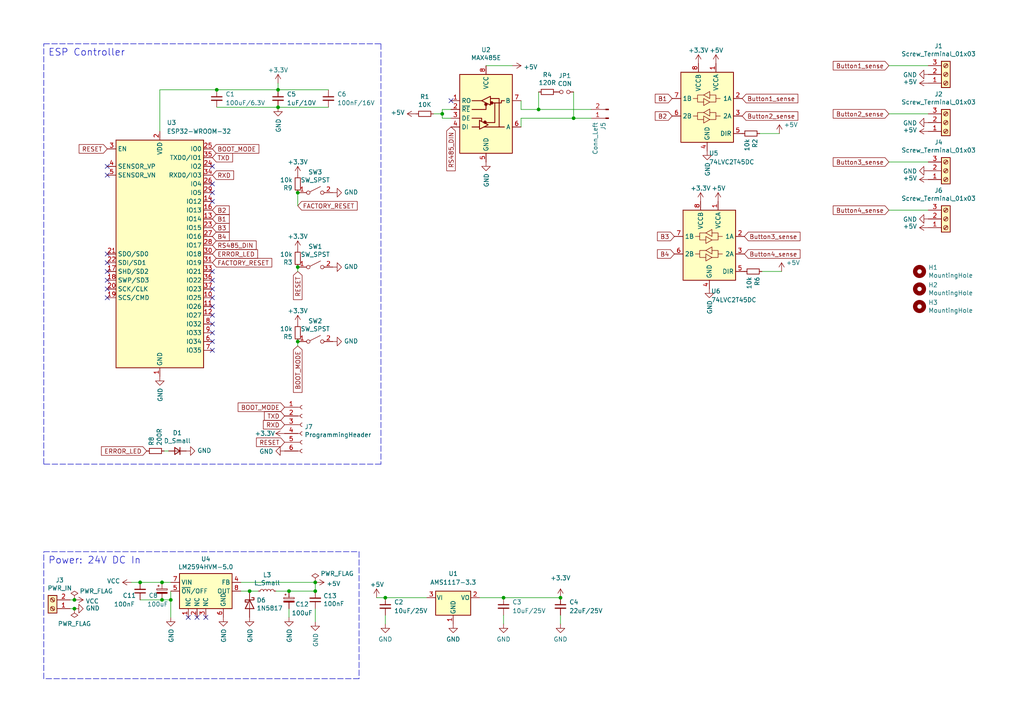
<source format=kicad_sch>
(kicad_sch (version 20211123) (generator eeschema)
  (paper "A4")
  (lib_symbols
    (symbol "+3.3V_1" (power) (pin_names (offset 0))
      (property "Value" "+3.3V_1" (at 0 3.556 0))
      (symbol "+3.3V_1_0_1"
        (polyline (pts (xy -0.762 1.27) (xy 0 2.54)))
        (polyline (pts (xy 0 0) (xy 0 2.54)))
        (polyline (pts (xy 0 2.54) (xy 0.762 1.27)))
      )
      (symbol "+3.3V_1_1_1"
        (pin power_in line (at 0 0 90) (length 0) hide (name "+3.3V") (number "1"))
      )
    )
    (symbol "Connector:Conn_01x02_Male" (pin_names (offset 1.016) hide)
      (property "Reference" "J" (at 0 2.54 0))
      (property "Value" "Conn_01x02_Male" (at 0 -5.08 0))
      (symbol "Conn_01x02_Male_1_1"
        (polyline (pts (xy 1.27 -2.54) (xy 0.8636 -2.54)) (stroke (width 0.1524)))
        (polyline (pts (xy 1.27 0) (xy 0.8636 0)) (stroke (width 0.1524)))
        (rectangle (start 0.8636 -2.413) (end 0 -2.667) (stroke (width 0.1524)) (fill (type outline)))
        (rectangle (start 0.8636 0.127) (end 0 -0.127) (stroke (width 0.1524)) (fill (type outline)))
        (pin passive line (at 5.08 0 180) (length 3.81) (name "Pin_1") (number "1"))
        (pin passive line (at 5.08 -2.54 180) (length 3.81) (name "Pin_2") (number "2"))
      )
    )
    (symbol "Connector:Conn_01x06_Female" (pin_names (offset 1.016) hide)
      (property "Reference" "J" (at 0 7.62 0))
      (property "Value" "Conn_01x06_Female" (at 0 -10.16 0))
      (symbol "Conn_01x06_Female_1_1"
        (arc (start 0 -7.112) (mid -0.508 -7.62) (end 0 -8.128) (stroke (width 0.1524)))
        (arc (start 0 -4.572) (mid -0.508 -5.08) (end 0 -5.588) (stroke (width 0.1524)))
        (arc (start 0 -2.032) (mid -0.508 -2.54) (end 0 -3.048) (stroke (width 0.1524)))
        (polyline (pts (xy -1.27 -7.62) (xy -0.508 -7.62)) (stroke (width 0.1524)))
        (polyline (pts (xy -1.27 -5.08) (xy -0.508 -5.08)) (stroke (width 0.1524)))
        (polyline (pts (xy -1.27 -2.54) (xy -0.508 -2.54)) (stroke (width 0.1524)))
        (polyline (pts (xy -1.27 0) (xy -0.508 0)) (stroke (width 0.1524)))
        (polyline (pts (xy -1.27 2.54) (xy -0.508 2.54)) (stroke (width 0.1524)))
        (polyline (pts (xy -1.27 5.08) (xy -0.508 5.08)) (stroke (width 0.1524)))
        (arc (start 0 0.508) (mid -0.508 0) (end 0 -0.508) (stroke (width 0.1524)))
        (arc (start 0 3.048) (mid -0.508 2.54) (end 0 2.032) (stroke (width 0.1524)))
        (arc (start 0 5.588) (mid -0.508 5.08) (end 0 4.572) (stroke (width 0.1524)))
        (pin passive line (at -5.08 5.08 0) (length 3.81) (name "Pin_1") (number "1"))
        (pin passive line (at -5.08 2.54 0) (length 3.81) (name "Pin_2") (number "2"))
        (pin passive line (at -5.08 0 0) (length 3.81) (name "Pin_3") (number "3"))
        (pin passive line (at -5.08 -2.54 0) (length 3.81) (name "Pin_4") (number "4"))
        (pin passive line (at -5.08 -5.08 0) (length 3.81) (name "Pin_5") (number "5"))
        (pin passive line (at -5.08 -7.62 0) (length 3.81) (name "Pin_6") (number "6"))
      )
    )
    (symbol "Connector:Screw_Terminal_01x02" (pin_names (offset 1.016) hide)
      (property "Reference" "J" (at 0 2.54 0))
      (property "Value" "Screw_Terminal_01x02" (at 0 -5.08 0))
      (symbol "Screw_Terminal_01x02_1_1"
        (rectangle (start -1.27 1.27) (end 1.27 -3.81) (stroke (width 0.254)) (fill (type background)))
        (circle (center 0 -2.54) (radius 0.635) (stroke (width 0.1524)))
        (polyline (pts (xy -0.5334 -2.2098) (xy 0.3302 -3.048)) (stroke (width 0.1524)))
        (polyline (pts (xy -0.5334 0.3302) (xy 0.3302 -0.508)) (stroke (width 0.1524)))
        (polyline (pts (xy -0.3556 -2.032) (xy 0.508 -2.8702)) (stroke (width 0.1524)))
        (polyline (pts (xy -0.3556 0.508) (xy 0.508 -0.3302)) (stroke (width 0.1524)))
        (circle (center 0 0) (radius 0.635) (stroke (width 0.1524)))
        (pin passive line (at -5.08 0 0) (length 3.81) (name "Pin_1") (number "1"))
        (pin passive line (at -5.08 -2.54 0) (length 3.81) (name "Pin_2") (number "2"))
      )
    )
    (symbol "Connector:Screw_Terminal_01x03" (pin_names (offset 1.016) hide)
      (property "Reference" "J" (at 0 5.08 0))
      (property "Value" "Screw_Terminal_01x03" (at 0 -5.08 0))
      (symbol "Screw_Terminal_01x03_1_1"
        (rectangle (start -1.27 3.81) (end 1.27 -3.81) (stroke (width 0.254)) (fill (type background)))
        (circle (center 0 -2.54) (radius 0.635) (stroke (width 0.1524)))
        (polyline (pts (xy -0.5334 -2.2098) (xy 0.3302 -3.048)) (stroke (width 0.1524)))
        (polyline (pts (xy -0.5334 0.3302) (xy 0.3302 -0.508)) (stroke (width 0.1524)))
        (polyline (pts (xy -0.5334 2.8702) (xy 0.3302 2.032)) (stroke (width 0.1524)))
        (polyline (pts (xy -0.3556 -2.032) (xy 0.508 -2.8702)) (stroke (width 0.1524)))
        (polyline (pts (xy -0.3556 0.508) (xy 0.508 -0.3302)) (stroke (width 0.1524)))
        (polyline (pts (xy -0.3556 3.048) (xy 0.508 2.2098)) (stroke (width 0.1524)))
        (circle (center 0 0) (radius 0.635) (stroke (width 0.1524)))
        (circle (center 0 2.54) (radius 0.635) (stroke (width 0.1524)))
        (pin passive line (at -5.08 2.54 0) (length 3.81) (name "Pin_1") (number "1"))
        (pin passive line (at -5.08 0 0) (length 3.81) (name "Pin_2") (number "2"))
        (pin passive line (at -5.08 -2.54 0) (length 3.81) (name "Pin_3") (number "3"))
      )
    )
    (symbol "DMX_ControllerBoard-rescue:CP_Small-Device" (pin_numbers hide) (pin_names (offset 0.254) hide)
      (property "Reference" "C" (at 0.254 1.778 0))
      (property "Value" "CP_Small-Device" (at 0.254 -2.032 0))
      (symbol "CP_Small-Device_0_1"
        (rectangle (start -1.524 -0.3048) (end 1.524 -0.6858) (fill (type outline)))
        (rectangle (start -1.524 0.6858) (end 1.524 0.3048))
        (polyline (pts (xy -1.27 1.524) (xy -0.762 1.524)))
        (polyline (pts (xy -1.016 1.27) (xy -1.016 1.778)))
      )
      (symbol "CP_Small-Device_1_1"
        (pin passive line (at 0 2.54 270) (length 1.8542) (name "~") (number "1"))
        (pin passive line (at 0 -2.54 90) (length 1.8542) (name "~") (number "2"))
      )
    )
    (symbol "DMX_ControllerBoard-rescue:Jumper_NO_Small-Device" (pin_numbers hide) (pin_names (offset 0.762) hide)
      (property "Reference" "JP" (at 0 2.032 0))
      (property "Value" "Jumper_NO_Small-Device" (at 0.254 -1.524 0))
      (symbol "Jumper_NO_Small-Device_0_1"
        (circle (center -1.016 0) (radius 0.508))
        (circle (center 1.016 0) (radius 0.508))
        (pin passive line (at -2.54 0 0) (length 1.016) (name "1") (number "1"))
        (pin passive line (at 2.54 0 180) (length 1.016) (name "2") (number "2"))
      )
    )
    (symbol "Device:C_Small" (pin_numbers hide) (pin_names (offset 0.254) hide)
      (property "Reference" "C" (at 0.254 1.778 0))
      (property "Value" "C_Small" (at 0.254 -2.032 0))
      (symbol "C_Small_0_1"
        (polyline (pts (xy -1.524 -0.508) (xy 1.524 -0.508)) (stroke (width 0.3302)))
        (polyline (pts (xy -1.524 0.508) (xy 1.524 0.508)) (stroke (width 0.3048)))
      )
      (symbol "C_Small_1_1"
        (pin passive line (at 0 2.54 270) (length 2.032) (name "~") (number "1"))
        (pin passive line (at 0 -2.54 90) (length 2.032) (name "~") (number "2"))
      )
    )
    (symbol "Device:D_Small" (pin_numbers hide) (pin_names (offset 0.254) hide)
      (property "Reference" "D" (at -1.27 2.032 0))
      (property "Value" "D_Small" (at -3.81 -2.032 0))
      (symbol "D_Small_0_1"
        (polyline (pts (xy -0.762 -1.016) (xy -0.762 1.016)) (stroke (width 0.254)))
        (polyline (pts (xy -0.762 0) (xy 0.762 0)))
        (polyline (pts (xy 0.762 -1.016) (xy -0.762 0) (xy 0.762 1.016) (xy 0.762 -1.016)) (stroke (width 0.254)))
      )
      (symbol "D_Small_1_1"
        (pin passive line (at -2.54 0 0) (length 1.778) (name "K") (number "1"))
        (pin passive line (at 2.54 0 180) (length 1.778) (name "A") (number "2"))
      )
    )
    (symbol "Device:L_Small" (pin_numbers hide) (pin_names (offset 0.254) hide)
      (property "Reference" "L" (at 0.762 1.016 0))
      (property "Value" "L_Small" (at 0.762 -1.016 0))
      (symbol "L_Small_0_1"
        (arc (start 0 -2.032) (mid 0.508 -1.524) (end 0 -1.016))
        (arc (start 0 -1.016) (mid 0.508 -0.508) (end 0 0))
        (arc (start 0 0) (mid 0.508 0.508) (end 0 1.016))
        (arc (start 0 1.016) (mid 0.508 1.524) (end 0 2.032))
      )
      (symbol "L_Small_1_1"
        (pin passive line (at 0 2.54 270) (length 0.508) (name "~") (number "1"))
        (pin passive line (at 0 -2.54 90) (length 0.508) (name "~") (number "2"))
      )
    )
    (symbol "Device:R_Small" (pin_numbers hide) (pin_names (offset 0.254) hide)
      (property "Reference" "R" (at 0.762 0.508 0))
      (property "Value" "R_Small" (at 0.762 -1.016 0))
      (symbol "R_Small_0_1"
        (rectangle (start -0.762 1.778) (end 0.762 -1.778) (stroke (width 0.2032)))
      )
      (symbol "R_Small_1_1"
        (pin passive line (at 0 2.54 270) (length 0.762) (name "~") (number "1"))
        (pin passive line (at 0 -2.54 90) (length 0.762) (name "~") (number "2"))
      )
    )
    (symbol "Diode:1N5817" (pin_numbers hide) (pin_names (offset 1.016) hide)
      (property "Reference" "D" (at 0 2.54 0))
      (property "Value" "1N5817" (at 0 -2.54 0))
      (symbol "1N5817_0_1"
        (polyline (pts (xy 1.27 0) (xy -1.27 0)))
        (polyline (pts (xy 1.27 1.27) (xy 1.27 -1.27) (xy -1.27 0) (xy 1.27 1.27)) (stroke (width 0.254)))
        (polyline (pts (xy -1.905 0.635) (xy -1.905 1.27) (xy -1.27 1.27) (xy -1.27 -1.27) (xy -0.635 -1.27) (xy -0.635 -0.635)) (stroke (width 0.254)))
      )
      (symbol "1N5817_1_1"
        (pin passive line (at -3.81 0 0) (length 2.54) (name "K") (number "1"))
        (pin passive line (at 3.81 0 180) (length 2.54) (name "A") (number "2"))
      )
    )
    (symbol "Interface_UART:MAX485E"
      (property "Reference" "U" (at -6.096 11.43 0))
      (property "Value" "MAX485E" (at 0.762 11.43 0))
      (symbol "MAX485E_0_1"
        (rectangle (start -7.62 10.16) (end 7.62 -12.7) (stroke (width 0.254)) (fill (type background)))
        (circle (center -0.3048 -3.683) (radius 0.3556) (stroke (width 0.254)) (fill (type outline)))
        (circle (center -0.0254 1.4986) (radius 0.3556) (stroke (width 0.254)) (fill (type outline)))
        (polyline (pts (xy -4.064 -5.08) (xy -1.905 -5.08)) (stroke (width 0.254)))
        (polyline (pts (xy -4.064 2.54) (xy -1.27 2.54)) (stroke (width 0.254)))
        (polyline (pts (xy -1.27 -3.2004) (xy -1.27 -3.4544)) (stroke (width 0.254)))
        (polyline (pts (xy -0.635 -5.08) (xy 5.334 -5.08)) (stroke (width 0.254)))
        (polyline (pts (xy -4.064 -2.54) (xy -1.27 -2.54) (xy -1.27 -3.175)) (stroke (width 0.254)))
        (polyline (pts (xy 0 1.27) (xy 0 0) (xy -4.064 0)) (stroke (width 0.254)))
        (polyline (pts (xy 1.27 3.175) (xy 3.81 3.175) (xy 3.81 -5.08)) (stroke (width 0.254)))
        (polyline (pts (xy 2.54 1.905) (xy 2.54 -3.81) (xy 0 -3.81)) (stroke (width 0.254)))
        (polyline (pts (xy -1.905 -3.175) (xy -1.905 -5.715) (xy 0.635 -4.445) (xy -1.905 -3.175)) (stroke (width 0.254)))
        (polyline (pts (xy -1.27 2.54) (xy 1.27 3.81) (xy 1.27 1.27) (xy -1.27 2.54)) (stroke (width 0.254)))
        (polyline (pts (xy 1.905 1.905) (xy 4.445 1.905) (xy 4.445 2.54) (xy 5.334 2.54)) (stroke (width 0.254)))
        (rectangle (start 1.27 3.175) (end 1.27 3.175))
        (circle (center 1.651 1.905) (radius 0.3556) (stroke (width 0.254)) (fill (type outline)))
      )
      (symbol "MAX485E_1_1"
        (pin output line (at -10.16 2.54 0) (length 2.54) (name "RO") (number "1"))
        (pin input line (at -10.16 0 0) (length 2.54) (name "~{RE}") (number "2"))
        (pin input line (at -10.16 -2.54 0) (length 2.54) (name "DE") (number "3"))
        (pin input line (at -10.16 -5.08 0) (length 2.54) (name "DI") (number "4"))
        (pin power_in line (at 0 -15.24 90) (length 2.54) (name "GND") (number "5"))
        (pin bidirectional line (at 10.16 -5.08 180) (length 2.54) (name "A") (number "6"))
        (pin bidirectional line (at 10.16 2.54 180) (length 2.54) (name "B") (number "7"))
        (pin power_in line (at 0 12.7 270) (length 2.54) (name "VCC") (number "8"))
      )
    )
    (symbol "Logic_LevelTranslator:74LVC2T45DC"
      (property "Reference" "U" (at 6.35 -11.43 0))
      (property "Value" "74LVC2T45DC" (at 10.16 11.43 0))
      (symbol "74LVC2T45DC_1_1"
        (rectangle (start -7.62 10.16) (end 7.62 -10.16) (stroke (width 0.254)) (fill (type background)))
        (polyline (pts (xy -2.54 -2.54) (xy -2.54 -1.524) (xy -0.762 -1.524)))
        (polyline (pts (xy -2.54 2.54) (xy -2.54 3.556) (xy -0.762 3.556)))
        (polyline (pts (xy 2.794 -2.54) (xy 2.794 -3.556) (xy 1.016 -3.556)))
        (polyline (pts (xy 2.794 2.54) (xy 2.794 1.524) (xy 1.016 1.524)))
        (polyline (pts (xy -0.762 -3.556) (xy -2.54 -3.556) (xy -2.54 -2.54) (xy -3.81 -2.54)))
        (polyline (pts (xy -0.762 -2.54) (xy -0.762 -0.508) (xy 1.016 -1.524) (xy -0.762 -2.54)))
        (polyline (pts (xy -0.762 1.524) (xy -2.54 1.524) (xy -2.54 2.54) (xy -3.81 2.54)))
        (polyline (pts (xy -0.762 2.54) (xy -0.762 4.572) (xy 1.016 3.556) (xy -0.762 2.54)))
        (polyline (pts (xy 1.016 -1.524) (xy 2.794 -1.524) (xy 2.794 -2.54) (xy 4.064 -2.54)))
        (polyline (pts (xy 1.016 3.556) (xy 2.794 3.556) (xy 2.794 2.54) (xy 4.064 2.54)))
        (polyline (pts (xy 1.016 -2.54) (xy 1.016 -4.318) (xy 1.016 -4.572) (xy -0.762 -3.556) (xy 1.016 -2.54)))
        (polyline (pts (xy 1.016 2.54) (xy 1.016 0.762) (xy 1.016 0.508) (xy -0.762 1.524) (xy 1.016 2.54)))
        (pin power_in line (at -2.54 12.7 270) (length 2.54) (name "VCCA") (number "1"))
        (pin bidirectional line (at -10.16 2.54 0) (length 2.54) (name "1A") (number "2"))
        (pin bidirectional line (at -10.16 -2.54 0) (length 2.54) (name "2A") (number "3"))
        (pin power_in line (at 0 -12.7 90) (length 2.54) (name "GND") (number "4"))
        (pin input line (at -10.16 -7.62 0) (length 2.54) (name "DIR") (number "5"))
        (pin bidirectional line (at 10.16 -2.54 180) (length 2.54) (name "2B") (number "6"))
        (pin bidirectional line (at 10.16 2.54 180) (length 2.54) (name "1B") (number "7"))
        (pin power_in line (at 2.54 12.7 270) (length 2.54) (name "VCCB") (number "8"))
      )
    )
    (symbol "Mechanical:MountingHole" (pin_names (offset 1.016))
      (property "Reference" "H" (at 0 5.08 0))
      (property "Value" "MountingHole" (at 0 3.175 0))
      (symbol "MountingHole_0_1"
        (circle (center 0 0) (radius 1.27) (stroke (width 1.27)))
      )
    )
    (symbol "RF_Module:ESP32-WROOM-32"
      (property "Reference" "U" (at -12.7 34.29 0))
      (property "Value" "ESP32-WROOM-32" (at 1.27 34.29 0))
      (symbol "ESP32-WROOM-32_0_1"
        (rectangle (start -12.7 33.02) (end 12.7 -33.02) (stroke (width 0.254)) (fill (type background)))
      )
      (symbol "ESP32-WROOM-32_1_1"
        (pin power_in line (at 0 -35.56 90) (length 2.54) (name "GND") (number "1"))
        (pin bidirectional line (at 15.24 -12.7 180) (length 2.54) (name "IO25") (number "10"))
        (pin bidirectional line (at 15.24 -15.24 180) (length 2.54) (name "IO26") (number "11"))
        (pin bidirectional line (at 15.24 -17.78 180) (length 2.54) (name "IO27") (number "12"))
        (pin bidirectional line (at 15.24 10.16 180) (length 2.54) (name "IO14") (number "13"))
        (pin bidirectional line (at 15.24 15.24 180) (length 2.54) (name "IO12") (number "14"))
        (pin passive line (at 0 -35.56 90) (length 2.54) hide (name "GND") (number "15"))
        (pin bidirectional line (at 15.24 12.7 180) (length 2.54) (name "IO13") (number "16"))
        (pin bidirectional line (at -15.24 -5.08 0) (length 2.54) (name "SHD/SD2") (number "17"))
        (pin bidirectional line (at -15.24 -7.62 0) (length 2.54) (name "SWP/SD3") (number "18"))
        (pin bidirectional line (at -15.24 -12.7 0) (length 2.54) (name "SCS/CMD") (number "19"))
        (pin power_in line (at 0 35.56 270) (length 2.54) (name "VDD") (number "2"))
        (pin bidirectional line (at -15.24 -10.16 0) (length 2.54) (name "SCK/CLK") (number "20"))
        (pin bidirectional line (at -15.24 0 0) (length 2.54) (name "SDO/SD0") (number "21"))
        (pin bidirectional line (at -15.24 -2.54 0) (length 2.54) (name "SDI/SD1") (number "22"))
        (pin bidirectional line (at 15.24 7.62 180) (length 2.54) (name "IO15") (number "23"))
        (pin bidirectional line (at 15.24 25.4 180) (length 2.54) (name "IO2") (number "24"))
        (pin bidirectional line (at 15.24 30.48 180) (length 2.54) (name "IO0") (number "25"))
        (pin bidirectional line (at 15.24 20.32 180) (length 2.54) (name "IO4") (number "26"))
        (pin bidirectional line (at 15.24 5.08 180) (length 2.54) (name "IO16") (number "27"))
        (pin bidirectional line (at 15.24 2.54 180) (length 2.54) (name "IO17") (number "28"))
        (pin bidirectional line (at 15.24 17.78 180) (length 2.54) (name "IO5") (number "29"))
        (pin input line (at -15.24 30.48 0) (length 2.54) (name "EN") (number "3"))
        (pin bidirectional line (at 15.24 0 180) (length 2.54) (name "IO18") (number "30"))
        (pin bidirectional line (at 15.24 -2.54 180) (length 2.54) (name "IO19") (number "31"))
        (pin no_connect line (at -12.7 -27.94 0) (length 2.54) hide (name "NC") (number "32"))
        (pin bidirectional line (at 15.24 -5.08 180) (length 2.54) (name "IO21") (number "33"))
        (pin bidirectional line (at 15.24 22.86 180) (length 2.54) (name "RXD0/IO3") (number "34"))
        (pin bidirectional line (at 15.24 27.94 180) (length 2.54) (name "TXD0/IO1") (number "35"))
        (pin bidirectional line (at 15.24 -7.62 180) (length 2.54) (name "IO22") (number "36"))
        (pin bidirectional line (at 15.24 -10.16 180) (length 2.54) (name "IO23") (number "37"))
        (pin passive line (at 0 -35.56 90) (length 2.54) hide (name "GND") (number "38"))
        (pin passive line (at 0 -35.56 90) (length 2.54) hide (name "GND") (number "39"))
        (pin input line (at -15.24 25.4 0) (length 2.54) (name "SENSOR_VP") (number "4"))
        (pin input line (at -15.24 22.86 0) (length 2.54) (name "SENSOR_VN") (number "5"))
        (pin input line (at 15.24 -25.4 180) (length 2.54) (name "IO34") (number "6"))
        (pin input line (at 15.24 -27.94 180) (length 2.54) (name "IO35") (number "7"))
        (pin bidirectional line (at 15.24 -20.32 180) (length 2.54) (name "IO32") (number "8"))
        (pin bidirectional line (at 15.24 -22.86 180) (length 2.54) (name "IO33") (number "9"))
      )
    )
    (symbol "Regulator_Linear:AMS1117-3.3" (pin_names (offset 0.254))
      (property "Reference" "U" (at -3.81 3.175 0))
      (property "Value" "AMS1117-3.3" (at 0 3.175 0))
      (symbol "AMS1117-3.3_0_1"
        (rectangle (start -5.08 -5.08) (end 5.08 1.905) (stroke (width 0.254)) (fill (type background)))
      )
      (symbol "AMS1117-3.3_1_1"
        (pin power_in line (at 0 -7.62 90) (length 2.54) (name "GND") (number "1"))
        (pin power_out line (at 7.62 0 180) (length 2.54) (name "VO") (number "2"))
        (pin power_in line (at -7.62 0 0) (length 2.54) (name "VI") (number "3"))
      )
    )
    (symbol "Regulator_Switching:LM2594HVM-5.0"
      (property "Reference" "U" (at -7.62 6.35 0))
      (property "Value" "LM2594HVM-5.0" (at 0 6.35 0))
      (symbol "LM2594HVM-5.0_0_1"
        (rectangle (start -7.62 5.08) (end 7.62 -5.08) (stroke (width 0.254)) (fill (type background)))
      )
      (symbol "LM2594HVM-5.0_1_1"
        (pin passive line (at -5.08 -7.62 90) (length 2.54) (name "NC") (number "1"))
        (pin passive line (at -2.54 -7.62 90) (length 2.54) (name "NC") (number "2"))
        (pin passive line (at 0 -7.62 90) (length 2.54) (name "NC") (number "3"))
        (pin input line (at 10.16 2.54 180) (length 2.54) (name "FB") (number "4"))
        (pin input line (at -10.16 0 0) (length 2.54) (name "~{ON}/OFF") (number "5"))
        (pin power_in line (at 5.08 -7.62 90) (length 2.54) (name "GND") (number "6"))
        (pin power_in line (at -10.16 2.54 0) (length 2.54) (name "VIN") (number "7"))
        (pin output line (at 10.16 0 180) (length 2.54) (name "OUT") (number "8"))
      )
    )
    (symbol "Switch:SW_SPST" (pin_names (offset 0) hide)
      (property "Reference" "SW" (at 0 3.175 0))
      (property "Value" "SW_SPST" (at 0 -2.54 0))
      (symbol "SW_SPST_0_0"
        (circle (center -2.032 0) (radius 0.508))
        (polyline (pts (xy -1.524 0.254) (xy 1.524 1.778)))
        (circle (center 2.032 0) (radius 0.508))
      )
      (symbol "SW_SPST_1_1"
        (pin passive line (at -5.08 0 0) (length 2.54) (name "A") (number "1"))
        (pin passive line (at 5.08 0 180) (length 2.54) (name "B") (number "2"))
      )
    )
    (symbol "power:+5V" (power) (pin_names (offset 0))
      (property "Value" "+5V" (at 0 3.556 0))
      (symbol "+5V_0_1"
        (polyline (pts (xy -0.762 1.27) (xy 0 2.54)))
        (polyline (pts (xy 0 0) (xy 0 2.54)))
        (polyline (pts (xy 0 2.54) (xy 0.762 1.27)))
      )
      (symbol "+5V_1_1"
        (pin power_in line (at 0 0 90) (length 0) hide (name "+5V") (number "1"))
      )
    )
    (symbol "power:GND" (power) (pin_names (offset 0))
      (property "Value" "GND" (at 0 -3.81 0))
      (symbol "GND_0_1"
        (polyline (pts (xy 0 0) (xy 0 -1.27) (xy 1.27 -1.27) (xy 0 -2.54) (xy -1.27 -1.27) (xy 0 -1.27)))
      )
      (symbol "GND_1_1"
        (pin power_in line (at 0 0 270) (length 0) hide (name "GND") (number "1"))
      )
    )
    (symbol "power:PWR_FLAG" (power) (pin_numbers hide) (pin_names (offset 0) hide)
      (property "Value" "PWR_FLAG" (at 0 3.81 0))
      (symbol "PWR_FLAG_0_0"
        (pin power_out line (at 0 0 90) (length 0) (name "pwr") (number "1"))
      )
      (symbol "PWR_FLAG_0_1"
        (polyline (pts (xy 0 0) (xy 0 1.27) (xy -1.016 1.905) (xy 0 2.54) (xy 1.016 1.905) (xy 0 1.27)))
      )
    )
    (symbol "power:VCC" (power) (pin_names (offset 0))
      (property "Value" "VCC" (at 0 3.81 0))
      (symbol "VCC_0_1"
        (polyline (pts (xy -0.762 1.27) (xy 0 2.54)))
        (polyline (pts (xy 0 0) (xy 0 2.54)))
        (polyline (pts (xy 0 2.54) (xy 0.762 1.27)))
      )
      (symbol "VCC_1_1"
        (pin power_in line (at 0 0 90) (length 0) hide (name "VCC") (number "1"))
      )
    )
  )
  (junction (at 62.865 26.035))
  (junction (at 46.99 173.99))
  (junction (at 46.99 168.91))
  (junction (at 86.36 99.06))
  (junction (at 86.36 55.88))
  (junction (at 128.27 33.02))
  (junction (at 166.37 34.29))
  (junction (at 146.05 173.355))
  (junction (at 21.59 173.99))
  (junction (at 91.44 168.91))
  (junction (at 72.39 171.45))
  (junction (at 83.82 171.45))
  (junction (at 86.36 77.47))
  (junction (at 80.645 31.115))
  (junction (at 91.44 171.45))
  (junction (at 49.53 173.99))
  (junction (at 80.645 26.035))
  (junction (at 162.56 173.355))
  (junction (at 40.64 168.91))
  (junction (at 21.59 176.53))
  (junction (at 111.76 173.355))
  (junction (at 156.21 31.75))
  (no_connect (at 61.595 86.36))
  (no_connect (at 31.115 81.28))
  (no_connect (at 31.115 48.26))
  (no_connect (at 31.115 50.8))
  (no_connect (at 31.115 73.66))
  (no_connect (at 31.115 86.36))
  (no_connect (at 31.115 78.74))
  (no_connect (at 61.595 101.6))
  (no_connect (at 61.595 58.42))
  (no_connect (at 54.61 179.07))
  (no_connect (at 59.69 179.07))
  (no_connect (at 61.595 96.52))
  (no_connect (at 61.595 55.88))
  (no_connect (at 61.595 93.98))
  (no_connect (at 57.15 179.07))
  (no_connect (at 31.115 76.2))
  (no_connect (at 61.595 83.82))
  (no_connect (at 31.115 83.82))
  (no_connect (at 61.595 48.26))
  (no_connect (at 130.81 29.21))
  (no_connect (at 61.595 78.74))
  (no_connect (at 61.595 81.28))
  (no_connect (at 61.595 53.34))
  (no_connect (at 61.595 88.9))
  (no_connect (at 61.595 99.06))
  (no_connect (at 61.595 91.44))
  (wire (pts (xy 156.21 31.75) (xy 156.21 26.67)))
  (wire (pts (xy 146.05 178.435) (xy 146.05 180.975)))
  (wire (pts (xy 69.85 168.91) (xy 91.44 168.91)))
  (wire (pts (xy 220.345 38.735) (xy 226.06 38.735)))
  (wire (pts (xy 128.27 31.75) (xy 128.27 33.02)))
  (wire (pts (xy 166.37 26.67) (xy 166.37 34.29)))
  (wire (pts (xy 148.59 19.05) (xy 140.97 19.05)))
  (wire (pts (xy 128.27 33.02) (xy 128.27 34.29)))
  (wire (pts (xy 86.36 78.74) (xy 86.36 77.47)))
  (wire (pts (xy 125.73 33.02) (xy 128.27 33.02)))
  (wire (pts (xy 86.36 100.33) (xy 86.36 99.06)))
  (wire (pts (xy 162.56 178.435) (xy 162.56 180.975)))
  (wire (pts (xy 74.93 171.45) (xy 72.39 171.45)))
  (wire (pts (xy 46.99 168.91) (xy 49.53 168.91)))
  (wire (pts (xy 80.645 31.115) (xy 95.25 31.115)))
  (wire (pts (xy 257.81 19.05) (xy 269.24 19.05)))
  (wire (pts (xy 111.76 178.435) (xy 111.76 180.975)))
  (polyline (pts (xy 12.7 196.85) (xy 12.7 160.02)))
  (wire (pts (xy 46.99 173.99) (xy 49.53 173.99)))
  (wire (pts (xy 49.53 173.99) (xy 49.53 171.45)))
  (wire (pts (xy 130.81 31.75) (xy 128.27 31.75)))
  (wire (pts (xy 111.76 173.355) (xy 123.825 173.355)))
  (wire (pts (xy 91.44 180.34) (xy 91.44 176.53)))
  (wire (pts (xy 109.22 173.355) (xy 111.76 173.355)))
  (wire (pts (xy 40.64 168.91) (xy 46.99 168.91)))
  (wire (pts (xy 151.13 31.75) (xy 151.13 29.21)))
  (polyline (pts (xy 110.49 134.62) (xy 12.7 134.62)))
  (wire (pts (xy 83.82 171.45) (xy 91.44 171.45)))
  (wire (pts (xy 80.645 24.13) (xy 80.645 26.035)))
  (wire (pts (xy 20.32 173.99) (xy 21.59 173.99)))
  (wire (pts (xy 49.53 179.07) (xy 49.53 173.99)))
  (polyline (pts (xy 12.7 134.62) (xy 12.7 12.7)))
  (wire (pts (xy 62.865 26.035) (xy 46.355 26.035)))
  (wire (pts (xy 151.13 34.29) (xy 151.13 36.83)))
  (polyline (pts (xy 104.14 196.85) (xy 12.7 196.85)))
  (wire (pts (xy 91.44 168.91) (xy 91.44 171.45)))
  (wire (pts (xy 21.59 176.53) (xy 20.32 176.53)))
  (wire (pts (xy 171.45 34.29) (xy 166.37 34.29)))
  (wire (pts (xy 146.05 173.355) (xy 162.56 173.355)))
  (wire (pts (xy 128.27 34.29) (xy 130.81 34.29)))
  (wire (pts (xy 80.645 26.035) (xy 95.25 26.035)))
  (wire (pts (xy 257.81 33.02) (xy 269.24 33.02)))
  (wire (pts (xy 83.82 171.45) (xy 80.01 171.45)))
  (polyline (pts (xy 104.14 160.02) (xy 104.14 196.85)))
  (wire (pts (xy 47.625 130.81) (xy 48.895 130.81)))
  (wire (pts (xy 83.82 179.07) (xy 83.82 176.53)))
  (wire (pts (xy 62.865 31.115) (xy 80.645 31.115)))
  (wire (pts (xy 46.99 173.99) (xy 40.64 173.99)))
  (wire (pts (xy 156.21 31.75) (xy 151.13 31.75)))
  (wire (pts (xy 220.98 78.74) (xy 226.695 78.74)))
  (wire (pts (xy 86.36 55.88) (xy 86.36 59.69)))
  (wire (pts (xy 62.865 26.035) (xy 80.645 26.035)))
  (wire (pts (xy 38.1 168.91) (xy 40.64 168.91)))
  (polyline (pts (xy 12.7 12.7) (xy 110.49 12.7)))
  (wire (pts (xy 139.065 173.355) (xy 146.05 173.355)))
  (wire (pts (xy 257.81 46.99) (xy 269.24 46.99)))
  (polyline (pts (xy 110.49 12.7) (xy 110.49 134.62)))
  (wire (pts (xy 257.81 60.96) (xy 269.24 60.96)))
  (wire (pts (xy 171.45 31.75) (xy 156.21 31.75)))
  (wire (pts (xy 166.37 34.29) (xy 151.13 34.29)))
  (wire (pts (xy 46.355 26.035) (xy 46.355 38.1)))
  (wire (pts (xy 69.85 171.45) (xy 72.39 171.45)))
  (polyline (pts (xy 12.7 160.02) (xy 104.14 160.02)))
  (text "Power: 24V DC In" (at 13.97 163.83 0) (effects (font (size 2.0066 2.0066)) (justify left bottom)))
  (text "ESP Controller" (at 13.97 16.51 0) (effects (font (size 2.0066 2.0066)) (justify left bottom)))
  (global_label "Button1_sense" (shape input) (at 257.81 19.05 180) (property "Intersheet References" "${INTERSHEET_REFS}" (effects hide)))
  (global_label "Button2_sense" (shape input) (at 215.265 33.655 0) (property "Intersheet References" "${INTERSHEET_REFS}" (effects hide)))
  (global_label "Button2_sense" (shape input) (at 257.81 33.02 180) (property "Intersheet References" "${INTERSHEET_REFS}" (effects hide)))
  (global_label "RS485_DIN" (shape input) (at 61.595 71.12 0) (property "Intersheet References" "${INTERSHEET_REFS}" (effects hide)))
  (global_label "FACTORY_RESET" (shape input) (at 86.36 59.69 0) (property "Intersheet References" "${INTERSHEET_REFS}" (effects hide)))
  (global_label "RXD" (shape input) (at 61.595 50.8 0) (property "Intersheet References" "${INTERSHEET_REFS}" (effects hide)))
  (global_label "B4" (shape input) (at 61.595 68.58 0) (property "Intersheet References" "${INTERSHEET_REFS}" (effects hide)))
  (global_label "B4" (shape input) (at 195.58 73.66 180) (property "Intersheet References" "${INTERSHEET_REFS}" (effects hide)))
  (global_label "B2" (shape input) (at 61.595 60.96 0) (property "Intersheet References" "${INTERSHEET_REFS}" (effects hide)))
  (global_label "RXD" (shape input) (at 82.55 123.19 180) (property "Intersheet References" "${INTERSHEET_REFS}" (effects hide)))
  (global_label "Button3_sense" (shape input) (at 215.9 68.58 0) (property "Intersheet References" "${INTERSHEET_REFS}" (effects hide)))
  (global_label "RS485_DIN" (shape input) (at 130.81 36.83 270) (property "Intersheet References" "${INTERSHEET_REFS}" (effects hide)))
  (global_label "TXD" (shape input) (at 61.595 45.72 0) (property "Intersheet References" "${INTERSHEET_REFS}" (effects hide)))
  (global_label "Button4_sense" (shape input) (at 257.81 60.96 180) (property "Intersheet References" "${INTERSHEET_REFS}" (effects hide)))
  (global_label "Button1_sense" (shape input) (at 215.265 28.575 0) (property "Intersheet References" "${INTERSHEET_REFS}" (effects hide)))
  (global_label "ERROR_LED" (shape input) (at 61.595 73.66 0) (property "Intersheet References" "${INTERSHEET_REFS}" (effects hide)))
  (global_label "BOOT_MODE" (shape input) (at 82.55 118.11 180) (property "Intersheet References" "${INTERSHEET_REFS}" (effects hide)))
  (global_label "B1" (shape input) (at 61.595 63.5 0) (property "Intersheet References" "${INTERSHEET_REFS}" (effects hide)))
  (global_label "B3" (shape input) (at 61.595 66.04 0) (property "Intersheet References" "${INTERSHEET_REFS}" (effects hide)))
  (global_label "RESET" (shape input) (at 31.115 43.18 180) (property "Intersheet References" "${INTERSHEET_REFS}" (effects hide)))
  (global_label "B2" (shape input) (at 194.945 33.655 180) (property "Intersheet References" "${INTERSHEET_REFS}" (effects hide)))
  (global_label "BOOT_MODE" (shape input) (at 61.595 43.18 0) (property "Intersheet References" "${INTERSHEET_REFS}" (effects hide)))
  (global_label "Button4_sense" (shape input) (at 215.9 73.66 0) (property "Intersheet References" "${INTERSHEET_REFS}" (effects hide)))
  (global_label "BOOT_MODE" (shape input) (at 86.36 100.33 270) (property "Intersheet References" "${INTERSHEET_REFS}" (effects hide)))
  (global_label "FACTORY_RESET" (shape input) (at 61.595 76.2 0) (property "Intersheet References" "${INTERSHEET_REFS}" (effects hide)))
  (global_label "RESET" (shape input) (at 82.55 128.27 180) (property "Intersheet References" "${INTERSHEET_REFS}" (effects hide)))
  (global_label "TXD" (shape input) (at 82.55 120.65 180) (property "Intersheet References" "${INTERSHEET_REFS}" (effects hide)))
  (global_label "RESET" (shape input) (at 86.36 78.74 270) (property "Intersheet References" "${INTERSHEET_REFS}" (effects hide)))
  (global_label "ERROR_LED" (shape input) (at 42.545 130.81 180) (property "Intersheet References" "${INTERSHEET_REFS}" (effects hide)))
  (global_label "Button3_sense" (shape input) (at 257.81 46.99 180) (property "Intersheet References" "${INTERSHEET_REFS}" (effects hide)))
  (global_label "B3" (shape input) (at 195.58 68.58 180) (property "Intersheet References" "${INTERSHEET_REFS}" (effects hide)))
  (global_label "B1" (shape input) (at 194.945 28.575 180) (property "Intersheet References" "${INTERSHEET_REFS}" (effects hide)))
  (symbol (lib_id "Switch:SW_SPST") (at 91.44 77.47 0) (unit 1)
    (property "Reference" "SW1" (at 91.44 71.501 0))
    (property "Value" "SW_SPST" (at 91.44 73.8124 0))
    (property "Footprint" "Button_Switch_SMD:SW_Push_SPST_NO_Alps_SKRK" (effects hide))
  )
  (symbol (lib_id "power:GND") (at 96.52 77.47 90) (unit 1)
    (property "Reference" "#PWR09" (effects hide))
    (property "Value" "GND" (at 99.7712 77.343 90) (effects (justify right)))
  )
  (symbol (lib_id "Device:R_Small") (at 86.36 74.93 0) (unit 1)
    (property "Reference" "R3" (at 84.8614 76.0984 0) (effects (justify right)))
    (property "Value" "10k" (at 84.8614 73.787 0) (effects (justify right)))
    (property "Footprint" "Resistor_SMD:R_0805_2012Metric_Pad1.20x1.40mm_HandSolder" (effects hide))
    (property "LCSC" "C25612" (effects hide))
  )
  (symbol (lib_id "Device:R_Small") (at 123.19 33.02 270) (unit 1)
    (property "Reference" "R1" (at 123.19 28.0416 90))
    (property "Value" "10K" (at 123.19 30.353 90))
    (property "Footprint" "Resistor_SMD:R_0805_2012Metric_Pad1.20x1.40mm_HandSolder" (effects hide))
    (property "LCSC" "C25612" (effects hide))
  )
  (symbol (lib_id "Interface_UART:MAX485E") (at 140.97 31.75 0) (unit 1)
    (property "Reference" "U2" (at 140.97 14.4526 0))
    (property "Value" "MAX485E" (at 140.97 16.764 0))
    (property "Footprint" "Package_SO:SOIC-8_3.9x4.9mm_P1.27mm" (effects hide))
    (property "Datasheet" "https://datasheets.maximintegrated.com/en/ds/MAX1487E-MAX491E.pdf" (effects hide))
    (property "LCSC" "C19738" (effects hide))
  )
  (symbol (lib_id "power:+5V") (at 148.59 19.05 270) (unit 1)
    (property "Reference" "#PWR014" (effects hide))
    (property "Value" "+5V" (at 151.8412 19.431 90) (effects (justify left)))
  )
  (symbol (lib_id "power:GND") (at 140.97 46.99 0) (unit 1)
    (property "Reference" "#PWR013" (effects hide))
    (property "Value" "GND" (at 141.097 50.2412 90) (effects (justify right)))
  )
  (symbol (lib_id "power:GND") (at 21.59 176.53 90) (unit 1)
    (property "Reference" "#PWR0106" (effects hide))
    (property "Value" "GND" (at 24.8412 176.403 90) (effects (justify right)))
  )
  (symbol (lib_id "power:+5V") (at 91.44 168.91 270) (unit 1)
    (property "Reference" "#PWR03" (effects hide))
    (property "Value" "+5V" (at 94.6912 169.291 90) (effects (justify left)))
  )
  (symbol (lib_id "Connector:Conn_01x02_Male") (at 176.53 34.29 180) (unit 1)
    (property "Reference" "J5" (at 174.9552 35.4076 90) (effects (justify left)))
    (property "Value" "Conn_Left" (at 172.6438 35.4076 90) (effects (justify left)))
    (property "Footprint" "Connector_JST:JST_XH_B2B-XH-A_1x02_P2.50mm_Vertical" (effects hide))
  )
  (symbol (lib_id "Connector:Screw_Terminal_01x02") (at 15.24 176.53 180) (unit 1)
    (property "Reference" "J3" (at 17.3228 168.275 0))
    (property "Value" "PWR_IN" (at 17.3228 170.5864 0))
    (property "Footprint" "TerminalBlock_Phoenix:TerminalBlock_Phoenix_MKDS-1,5-2_1x02_P5.00mm_Horizontal" (effects hide))
    (property "LCSC" "C8404" (effects hide))
  )
  (symbol (lib_id "power:+5V") (at 120.65 33.02 90) (unit 1)
    (property "Reference" "#PWR012" (effects hide))
    (property "Value" "+5V" (at 117.3988 32.639 90) (effects (justify left)))
  )
  (symbol (lib_id "Regulator_Switching:LM2594HVM-5.0") (at 59.69 171.45 0) (unit 1)
    (property "Reference" "U4" (at 59.69 162.1282 0))
    (property "Value" "LM2594HVM-5.0" (at 59.69 164.4396 0))
    (property "Footprint" "Package_SO:SOIC-8_3.9x4.9mm_P1.27mm" (effects hide))
    (property "Datasheet" "http://www.ti.com/lit/ds/symlink/lm2594.pdf" (effects hide))
    (property "LCSC" "C179674" (effects hide))
  )
  (symbol (lib_id "power:GND") (at 64.77 179.07 0) (unit 1)
    (property "Reference" "#PWR033" (effects hide))
    (property "Value" "GND" (at 64.897 182.3212 90) (effects (justify right)))
  )
  (symbol (lib_id "power:VCC") (at 38.1 168.91 90) (unit 1)
    (property "Reference" "#PWR017" (effects hide))
    (property "Value" "VCC" (at 34.8488 168.529 90) (effects (justify left)))
  )
  (symbol (lib_id "power:GND") (at 49.53 179.07 0) (unit 1)
    (property "Reference" "#PWR032" (effects hide))
    (property "Value" "GND" (at 49.657 182.3212 90) (effects (justify right)))
  )
  (symbol (lib_id "power:VCC") (at 21.59 173.99 270) (unit 1)
    (property "Reference" "#PWR027" (effects hide))
    (property "Value" "VCC" (at 24.8412 174.371 90) (effects (justify left)))
  )
  (symbol (lib_id "Diode:1N5817") (at 72.39 175.26 270) (unit 1)
    (property "Reference" "D6" (at 74.422 174.0916 90) (effects (justify left)))
    (property "Value" "1N5817" (at 74.422 176.403 90) (effects (justify left)))
    (property "Footprint" "Diode_SMD:D_SOD-123" (effects hide))
    (property "Datasheet" "http://www.vishay.com/docs/88525/1n5817.pdf" (effects hide))
    (property "LCSC" "C727113" (effects hide))
  )
  (symbol (lib_id "power:GND") (at 72.39 179.07 0) (unit 1)
    (property "Reference" "#PWR034" (effects hide))
    (property "Value" "GND" (at 72.517 182.3212 90) (effects (justify right)))
  )
  (symbol (lib_id "Device:L_Small") (at 77.47 171.45 90) (unit 1)
    (property "Reference" "L3" (at 77.47 166.751 90))
    (property "Value" "L_Small" (at 77.47 169.0624 90))
    (property "Footprint" "Inductor_SMD:L_6.3x6.3_H3" (effects hide))
    (property "LCSC" "C206230" (effects hide))
  )
  (symbol (lib_id "DMX_ControllerBoard-rescue:CP_Small-Device") (at 46.99 171.45 0) (unit 1)
    (property "Reference" "C8" (at 44.45 172.72 0))
    (property "Value" "100uF" (at 45.72 175.26 0))
    (property "Footprint" "Capacitor_THT:CP_Radial_D6.3mm_P2.50mm" (effects hide))
    (property "LCSC" "C47859" (effects hide))
  )
  (symbol (lib_id "Device:C_Small") (at 40.64 171.45 180) (unit 1)
    (property "Reference" "C11" (at 35.56 172.72 0) (effects (justify right)))
    (property "Value" "100nF" (at 33.02 175.26 0) (effects (justify right)))
    (property "Footprint" "Capacitor_SMD:C_0805_2012Metric_Pad1.18x1.45mm_HandSolder" (effects hide))
    (property "LCSC" "C49678" (effects hide))
  )
  (symbol (lib_id "DMX_ControllerBoard-rescue:CP_Small-Device") (at 83.82 173.99 0) (unit 1)
    (property "Reference" "C12" (at 87.63 175.26 0))
    (property "Value" "100uF" (at 87.63 177.8 0))
    (property "Footprint" "Capacitor_THT:CP_Radial_D8.0mm_P3.50mm" (effects hide))
    (property "LCSC" "C178703" (effects hide))
  )
  (symbol (lib_id "power:GND") (at 83.82 179.07 0) (unit 1)
    (property "Reference" "#PWR035" (effects hide))
    (property "Value" "GND" (at 83.947 182.3212 90) (effects (justify right)))
  )
  (symbol (lib_id "Device:C_Small") (at 91.44 173.99 180) (unit 1)
    (property "Reference" "C13" (at 93.7768 172.8216 0) (effects (justify right)))
    (property "Value" "100nF" (at 93.7768 175.133 0) (effects (justify right)))
    (property "Footprint" "Capacitor_SMD:C_0805_2012Metric_Pad1.18x1.45mm_HandSolder" (effects hide))
    (property "LCSC" "C49678" (effects hide))
  )
  (symbol (lib_id "power:GND") (at 91.44 180.34 0) (unit 1)
    (property "Reference" "#PWR036" (effects hide))
    (property "Value" "GND" (at 91.567 183.5912 90) (effects (justify right)))
  )
  (symbol (lib_id "power:PWR_FLAG") (at 21.59 173.99 0) (unit 1)
    (property "Reference" "#FLG0102" (effects hide))
    (property "Value" "PWR_FLAG" (at 27.94 171.45 0))
  )
  (symbol (lib_id "power:PWR_FLAG") (at 21.59 176.53 180) (unit 1)
    (property "Reference" "#FLG0103" (effects hide))
    (property "Value" "PWR_FLAG" (at 21.59 180.9242 0))
  )
  (symbol (lib_id "power:PWR_FLAG") (at 91.44 168.91 0) (unit 1)
    (property "Reference" "#FLG0101" (effects hide))
    (property "Value" "PWR_FLAG" (at 97.79 166.37 0))
  )
  (symbol (lib_id "power:+5V") (at 269.24 66.04 90) (unit 1)
    (property "Reference" "#PWR05" (effects hide))
    (property "Value" "+5V" (at 265.9888 65.659 90) (effects (justify left)))
  )
  (symbol (lib_id "Device:D_Small") (at 51.435 130.81 180) (unit 1)
    (property "Reference" "D1" (at 51.435 125.5522 0))
    (property "Value" "D_Small" (at 51.435 127.8636 0))
    (property "Footprint" "Diode_SMD:D_1206_3216Metric_Pad1.42x1.75mm_HandSolder" (effects hide))
  )
  (symbol (lib_id "Device:R_Small") (at 45.085 130.81 270) (unit 1)
    (property "Reference" "R8" (at 43.9166 129.3114 0) (effects (justify right)))
    (property "Value" "200R" (at 46.228 129.3114 0) (effects (justify right)))
    (property "Footprint" "Resistor_SMD:R_1206_3216Metric_Pad1.30x1.75mm_HandSolder" (effects hide))
  )
  (symbol (lib_id "power:GND") (at 269.24 63.5 270) (unit 1)
    (property "Reference" "#PWR016" (effects hide))
    (property "Value" "GND" (at 265.9888 63.627 90) (effects (justify right)))
  )
  (symbol (lib_id "power:+5V") (at 269.24 52.07 90) (unit 1)
    (property "Reference" "#PWR015" (effects hide))
    (property "Value" "+5V" (at 265.9888 51.689 90) (effects (justify left)))
  )
  (symbol (lib_id "power:GND") (at 269.24 49.53 270) (unit 1)
    (property "Reference" "#PWR08" (effects hide))
    (property "Value" "GND" (at 265.9888 49.657 90) (effects (justify right)))
  )
  (symbol (lib_id "power:+5V") (at 269.24 38.1 90) (unit 1)
    (property "Reference" "#PWR07" (effects hide))
    (property "Value" "+5V" (at 265.9888 37.719 90) (effects (justify left)))
  )
  (symbol (lib_id "power:GND") (at 269.24 35.56 270) (unit 1)
    (property "Reference" "#PWR06" (effects hide))
    (property "Value" "GND" (at 265.9888 35.687 90) (effects (justify right)))
  )
  (symbol (lib_id "power:GND") (at 53.975 130.81 90) (unit 1)
    (property "Reference" "#PWR047" (effects hide))
    (property "Value" "GND" (at 57.2262 130.683 90) (effects (justify right)))
  )
  (symbol (lib_id "power:+5V") (at 269.24 24.13 90) (unit 1)
    (property "Reference" "#PWR04" (effects hide))
    (property "Value" "+5V" (at 265.9888 23.749 90) (effects (justify left)))
  )
  (symbol (lib_id "Connector:Screw_Terminal_01x03") (at 274.32 21.59 0) (mirror x) (unit 1)
    (property "Reference" "J1" (at 272.2372 13.335 0))
    (property "Value" "Screw_Terminal_01x03" (at 272.2372 15.6464 0))
    (property "Footprint" "TerminalBlock_Phoenix:TerminalBlock_Phoenix_MKDS-3-3-5.08_1x03_P5.08mm_Horizontal" (effects hide))
    (property "LCSC" "C72334" (effects hide))
  )
  (symbol (lib_id "power:GND") (at 269.24 21.59 270) (unit 1)
    (property "Reference" "#PWR01" (effects hide))
    (property "Value" "GND" (at 265.9888 21.717 90) (effects (justify right)))
  )
  (symbol (lib_id "Device:R_Small") (at 86.36 53.34 0) (unit 1)
    (property "Reference" "R9" (at 84.8614 54.5084 0) (effects (justify right)))
    (property "Value" "10k" (at 84.8614 52.197 0) (effects (justify right)))
    (property "Footprint" "Resistor_SMD:R_0805_2012Metric_Pad1.20x1.40mm_HandSolder" (effects hide))
    (property "LCSC" "C25612" (effects hide))
  )
  (symbol (lib_id "power:GND") (at 96.52 55.88 90) (unit 1)
    (property "Reference" "#PWR019" (effects hide))
    (property "Value" "GND" (at 99.7712 55.753 90) (effects (justify right)))
  )
  (symbol (lib_id "Switch:SW_SPST") (at 91.44 55.88 0) (unit 1)
    (property "Reference" "SW3" (at 91.44 49.911 0))
    (property "Value" "SW_SPST" (at 91.44 52.2224 0))
    (property "Footprint" "Button_Switch_SMD:SW_Push_SPST_NO_Alps_SKRK" (effects hide))
  )
  (symbol (lib_id "Connector:Screw_Terminal_01x03") (at 274.32 35.56 0) (mirror x) (unit 1)
    (property "Reference" "J2" (at 272.2372 27.305 0))
    (property "Value" "Screw_Terminal_01x03" (at 272.2372 29.6164 0))
    (property "Footprint" "TerminalBlock_Phoenix:TerminalBlock_Phoenix_MKDS-3-3-5.08_1x03_P5.08mm_Horizontal" (effects hide))
    (property "LCSC" "C72334" (effects hide))
  )
  (symbol (lib_id "Connector:Screw_Terminal_01x03") (at 274.32 49.53 0) (mirror x) (unit 1)
    (property "Reference" "J4" (at 272.2372 41.275 0))
    (property "Value" "Screw_Terminal_01x03" (at 272.2372 43.5864 0))
    (property "Footprint" "TerminalBlock_Phoenix:TerminalBlock_Phoenix_MKDS-3-3-5.08_1x03_P5.08mm_Horizontal" (effects hide))
    (property "LCSC" "C72334" (effects hide))
  )
  (symbol (lib_id "Connector:Screw_Terminal_01x03") (at 274.32 63.5 0) (mirror x) (unit 1)
    (property "Reference" "J6" (at 272.2372 55.245 0))
    (property "Value" "Screw_Terminal_01x03" (at 272.2372 57.5564 0))
    (property "Footprint" "TerminalBlock_Phoenix:TerminalBlock_Phoenix_MKDS-3-3-5.08_1x03_P5.08mm_Horizontal" (effects hide))
    (property "LCSC" "C72334" (effects hide))
  )
  (symbol (lib_id "Device:R_Small") (at 158.75 26.67 270) (unit 1)
    (property "Reference" "R4" (at 158.75 21.6916 90))
    (property "Value" "120R" (at 158.75 24.003 90))
    (property "Footprint" "Resistor_SMD:R_0805_2012Metric_Pad1.20x1.40mm_HandSolder" (effects hide))
    (property "LCSC" "C966144" (effects hide))
  )
  (symbol (lib_id "DMX_ControllerBoard-rescue:Jumper_NO_Small-Device") (at 163.83 26.67 0) (unit 1)
    (property "Reference" "JP1" (at 163.83 21.971 0))
    (property "Value" "CON" (at 163.83 24.2824 0))
    (property "Footprint" "Connector_PinHeader_2.54mm:PinHeader_1x02_P2.54mm_Vertical" (effects hide))
    (property "LCSC" "C234182" (effects hide))
  )
  (symbol (lib_id "Mechanical:MountingHole") (at 266.7 78.74 0) (unit 1)
    (property "Reference" "H1" (at 269.24 77.5716 0) (effects (justify left)))
    (property "Value" "MountingHole" (at 269.24 79.883 0) (effects (justify left)))
    (property "Footprint" "MountingHole:MountingHole_3.2mm_M3" (effects hide))
  )
  (symbol (lib_id "Mechanical:MountingHole") (at 266.7 83.82 0) (unit 1)
    (property "Reference" "H2" (at 269.24 82.6516 0) (effects (justify left)))
    (property "Value" "MountingHole" (at 269.24 84.963 0) (effects (justify left)))
    (property "Footprint" "MountingHole:MountingHole_3.2mm_M3" (effects hide))
  )
  (symbol (lib_id "Mechanical:MountingHole") (at 266.7 88.9 0) (unit 1)
    (property "Reference" "H3" (at 269.24 87.7316 0) (effects (justify left)))
    (property "Value" "MountingHole" (at 269.24 90.043 0) (effects (justify left)))
    (property "Footprint" "MountingHole:MountingHole_3.2mm_M3" (effects hide))
  )
  (symbol (lib_id "Device:R_Small") (at 86.36 96.52 0) (unit 1)
    (property "Reference" "R5" (at 84.8614 97.6884 0) (effects (justify right)))
    (property "Value" "10k" (at 84.8614 95.377 0) (effects (justify right)))
    (property "Footprint" "Resistor_SMD:R_0805_2012Metric_Pad1.20x1.40mm_HandSolder" (effects hide))
    (property "LCSC" "C25612" (effects hide))
  )
  (symbol (lib_id "power:GND") (at 96.52 99.06 90) (unit 1)
    (property "Reference" "#PWR043" (effects hide))
    (property "Value" "GND" (at 99.7712 98.933 90) (effects (justify right)))
  )
  (symbol (lib_id "Switch:SW_SPST") (at 91.44 99.06 0) (unit 1)
    (property "Reference" "SW2" (at 91.44 93.091 0))
    (property "Value" "SW_SPST" (at 91.44 95.4024 0))
    (property "Footprint" "Button_Switch_SMD:SW_Push_SPST_NO_Alps_SKRK" (effects hide))
  )
  (symbol (lib_id "Connector:Conn_01x06_Female") (at 87.63 123.19 0) (unit 1)
    (property "Reference" "J7" (at 88.3412 123.7996 0) (effects (justify left)))
    (property "Value" "ProgrammingHeader" (at 88.3412 126.111 0) (effects (justify left)))
    (property "Footprint" "Connector_PinSocket_2.54mm:PinSocket_1x06_P2.54mm_Vertical" (effects hide))
  )
  (symbol (lib_id "power:GND") (at 82.55 130.81 270) (unit 1)
    (property "Reference" "#PWR0110" (effects hide))
    (property "Value" "GND" (at 79.2988 130.937 90) (effects (justify right)))
  )
  (symbol (lib_id "Logic_LevelTranslator:74LVC2T45DC") (at 205.74 71.12 0) (mirror y) (unit 1)
    (property "Reference" "U6" (at 206.2606 84.455 0) (effects (justify right)))
    (property "Value" "74LVC2T45DC" (at 206.2606 86.995 0) (effects (justify right)))
    (property "Footprint" "Package_SO:VSSOP-8_2.3x2mm_P0.5mm" (effects hide))
    (property "Datasheet" "https://assets.nexperia.com/documents/data-sheet/74LVC_LVCH2T45.pdf" (effects hide))
    (property "LCSC" "C730237" (effects hide))
    (property "DIGIKEY" "1727-4578-2-ND" (effects hide))
  )
  (symbol (lib_id "Device:C_Small") (at 95.25 28.575 0) (unit 1)
    (property "Reference" "C6" (at 97.79 27.3112 0) (effects (justify left)))
    (property "Value" "100nF{slash}16V" (at 97.79 29.8512 0) (effects (justify left)))
    (property "Footprint" "Capacitor_SMD:C_0805_2012Metric" (effects hide))
    (property "LCSC" "C519929" (effects hide))
  )
  (symbol (lib_name "+3.3V_1") (lib_id "power:+3.3V") (at 82.55 125.73 90) (unit 1)
    (property "Reference" "#PWR0108" (effects hide))
    (property "Value" "+3.3V" (at 76.835 125.73 90))
  )
  (symbol (lib_id "Device:C_Small") (at 162.56 175.895 0) (unit 1)
    (property "Reference" "C4" (at 165.1 174.6312 0) (effects (justify left)))
    (property "Value" "22uF/25V" (at 165.1 177.1712 0) (effects (justify left)))
    (property "Footprint" "Capacitor_SMD:C_0805_2012Metric" (effects hide))
    (property "LCSC" "C602037" (effects hide))
  )
  (symbol (lib_id "Device:C_Small") (at 111.76 175.895 0) (unit 1)
    (property "Reference" "C2" (at 114.3 174.6312 0) (effects (justify left)))
    (property "Value" "10uF/25V" (at 114.3 177.1712 0) (effects (justify left)))
    (property "Footprint" "Capacitor_SMD:C_0805_2012Metric" (effects hide))
    (property "LCSC" "C2922480" (effects hide))
  )
  (symbol (lib_name "+3.3V_1") (lib_id "power:+3.3V") (at 80.645 24.13 0) (unit 1)
    (property "Reference" "#PWR0105" (effects hide))
    (property "Value" "+3.3V" (at 80.645 20.32 0))
  )
  (symbol (lib_name "+3.3V_1") (lib_id "power:+3.3V") (at 162.56 173.355 0) (unit 1)
    (property "Reference" "#PWR0101" (effects hide))
    (property "Value" "+3.3V" (at 162.56 167.64 0))
  )
  (symbol (lib_id "Device:C_Small") (at 146.05 175.895 0) (unit 1)
    (property "Reference" "C3" (at 148.59 174.6312 0) (effects (justify left)))
    (property "Value" "10uF/25V" (at 148.59 177.1712 0) (effects (justify left)))
    (property "Footprint" "Capacitor_SMD:C_0805_2012Metric" (effects hide))
    (property "LCSC" "C2922480" (effects hide))
  )
  (symbol (lib_id "RF_Module:ESP32-WROOM-32") (at 46.355 73.66 0) (unit 1)
    (property "Reference" "U3" (at 48.3744 35.56 0) (effects (justify left)))
    (property "Value" "ESP32-WROOM-32" (at 48.3744 38.1 0) (effects (justify left)))
    (property "Footprint" "RF_Module:ESP32-WROOM-32" (effects hide))
    (property "Datasheet" "https://www.espressif.com/sites/default/files/documentation/esp32-wroom-32_datasheet_en.pdf" (effects hide))
  )
  (symbol (lib_name "+3.3V_1") (lib_id "power:+3.3V") (at 203.2 58.42 0) (unit 1)
    (property "Reference" "#PWR0102" (effects hide))
    (property "Value" "+3.3V" (at 203.2 54.61 0))
  )
  (symbol (lib_id "power:+5V") (at 207.645 18.415 0) (unit 1)
    (property "Reference" "#PWR022" (effects hide))
    (property "Value" "+5V" (at 205.74 14.605 0) (effects (justify left)))
  )
  (symbol (lib_id "power:GND") (at 146.05 180.975 0) (unit 1)
    (property "Reference" "#PWR028" (effects hide))
    (property "Value" "GND" (at 146.05 185.42 0))
  )
  (symbol (lib_id "power:+5V") (at 109.22 173.355 0) (unit 1)
    (property "Reference" "#PWR024" (effects hide))
    (property "Value" "+5V" (at 107.315 169.545 0) (effects (justify left)))
  )
  (symbol (lib_id "Device:R_Small") (at 217.805 38.735 90) (unit 1)
    (property "Reference" "R2" (at 218.9734 40.2336 0) (effects (justify right)))
    (property "Value" "10k" (at 216.662 40.2336 0) (effects (justify right)))
    (property "Footprint" "Resistor_SMD:R_0805_2012Metric_Pad1.20x1.40mm_HandSolder" (effects hide))
    (property "LCSC" "C25612" (effects hide))
  )
  (symbol (lib_id "power:GND") (at 162.56 180.975 0) (unit 1)
    (property "Reference" "#PWR030" (effects hide))
    (property "Value" "GND" (at 162.56 185.42 0))
  )
  (symbol (lib_id "power:GND") (at 111.76 180.975 0) (unit 1)
    (property "Reference" "#PWR025" (effects hide))
    (property "Value" "GND" (at 111.76 185.42 0))
  )
  (symbol (lib_name "+3.3V_1") (lib_id "power:+3.3V") (at 86.36 50.8 0) (unit 1)
    (property "Reference" "#PWR0104" (effects hide))
    (property "Value" "+3.3V" (at 86.36 46.99 0))
  )
  (symbol (lib_id "Regulator_Linear:AMS1117-3.3") (at 131.445 173.355 0) (unit 1)
    (property "Reference" "U1" (at 131.445 166.37 0))
    (property "Value" "AMS1117-3.3" (at 131.445 168.91 0))
    (property "Footprint" "Package_TO_SOT_SMD:SOT-223-3_TabPin2" (effects hide))
    (property "Datasheet" "http://www.advanced-monolithic.com/pdf/ds1117.pdf" (effects hide))
    (property "LCSC" "C2891839" (effects hide))
  )
  (symbol (lib_id "power:GND") (at 205.74 83.82 0) (unit 1)
    (property "Reference" "#PWR021" (effects hide))
    (property "Value" "GND" (at 205.867 87.0712 90) (effects (justify right)))
  )
  (symbol (lib_id "Logic_LevelTranslator:74LVC2T45DC") (at 205.105 31.115 0) (mirror y) (unit 1)
    (property "Reference" "U5" (at 205.6256 44.45 0) (effects (justify right)))
    (property "Value" "74LVC2T45DC" (at 205.6256 46.99 0) (effects (justify right)))
    (property "Footprint" "Package_SO:VSSOP-8_2.3x2mm_P0.5mm" (effects hide))
    (property "Datasheet" "https://assets.nexperia.com/documents/data-sheet/74LVC_LVCH2T45.pdf" (effects hide))
    (property "LCSC" "C730237" (effects hide))
    (property "DIGIKEY" "1727-4578-2-ND" (effects hide))
  )
  (symbol (lib_id "power:GND") (at 80.645 31.115 0) (unit 1)
    (property "Reference" "#PWR037" (effects hide))
    (property "Value" "GND" (at 80.772 34.3662 90) (effects (justify right)))
  )
  (symbol (lib_name "+3.3V_1") (lib_id "power:+3.3V") (at 86.36 72.39 0) (unit 1)
    (property "Reference" "#PWR0107" (effects hide))
    (property "Value" "+3.3V" (at 86.36 68.58 0))
  )
  (symbol (lib_id "power:GND") (at 205.105 43.815 0) (unit 1)
    (property "Reference" "#PWR020" (effects hide))
    (property "Value" "GND" (at 205.232 47.0662 90) (effects (justify right)))
  )
  (symbol (lib_name "+3.3V_1") (lib_id "power:+3.3V") (at 86.36 93.98 0) (unit 1)
    (property "Reference" "#PWR0109" (effects hide))
    (property "Value" "+3.3V" (at 86.36 90.17 0))
  )
  (symbol (lib_id "power:GND") (at 46.355 109.22 0) (unit 1)
    (property "Reference" "#PWR02" (effects hide))
    (property "Value" "GND" (at 46.482 112.4712 90) (effects (justify right)))
  )
  (symbol (lib_id "Device:C_Small") (at 80.645 28.575 0) (unit 1)
    (property "Reference" "C5" (at 83.185 27.3112 0) (effects (justify left)))
    (property "Value" "1uF/10V" (at 83.185 29.8512 0) (effects (justify left)))
    (property "Footprint" "Capacitor_SMD:C_0805_2012Metric" (effects hide))
    (property "LCSC" "C92812" (effects hide))
  )
  (symbol (lib_id "Device:C_Small") (at 62.865 28.575 0) (unit 1)
    (property "Reference" "C1" (at 65.405 27.3112 0) (effects (justify left)))
    (property "Value" "100uF/6.3V" (at 65.405 29.8512 0) (effects (justify left)))
    (property "Footprint" "Capacitor_SMD:C_1206_3216Metric" (effects hide))
    (property "LCSC" "C15008" (effects hide))
  )
  (symbol (lib_id "Device:R_Small") (at 218.44 78.74 90) (unit 1)
    (property "Reference" "R6" (at 219.6084 80.2386 0) (effects (justify right)))
    (property "Value" "10k" (at 217.297 80.2386 0) (effects (justify right)))
    (property "Footprint" "Resistor_SMD:R_0805_2012Metric_Pad1.20x1.40mm_HandSolder" (effects hide))
    (property "LCSC" "C25612" (effects hide))
  )
  (symbol (lib_id "power:+5V") (at 226.695 78.74 0) (unit 1)
    (property "Reference" "#PWR039" (effects hide))
    (property "Value" "+5V" (at 227.965 76.2 0) (effects (justify left)))
  )
  (symbol (lib_id "power:GND") (at 131.445 180.975 0) (unit 1)
    (property "Reference" "#PWR026" (effects hide))
    (property "Value" "GND" (at 131.445 185.42 0))
  )
  (symbol (lib_id "power:+5V") (at 226.06 38.735 0) (unit 1)
    (property "Reference" "#PWR038" (effects hide))
    (property "Value" "+5V" (at 227.33 36.195 0) (effects (justify left)))
  )
  (symbol (lib_name "+3.3V_1") (lib_id "power:+3.3V") (at 202.565 18.415 0) (unit 1)
    (property "Reference" "#PWR0103" (effects hide))
    (property "Value" "+3.3V" (at 202.565 14.605 0))
  )
  (symbol (lib_id "power:+5V") (at 208.28 58.42 0) (unit 1)
    (property "Reference" "#PWR023" (effects hide))
    (property "Value" "+5V" (at 206.375 54.61 0) (effects (justify left)))
  )
)
</source>
